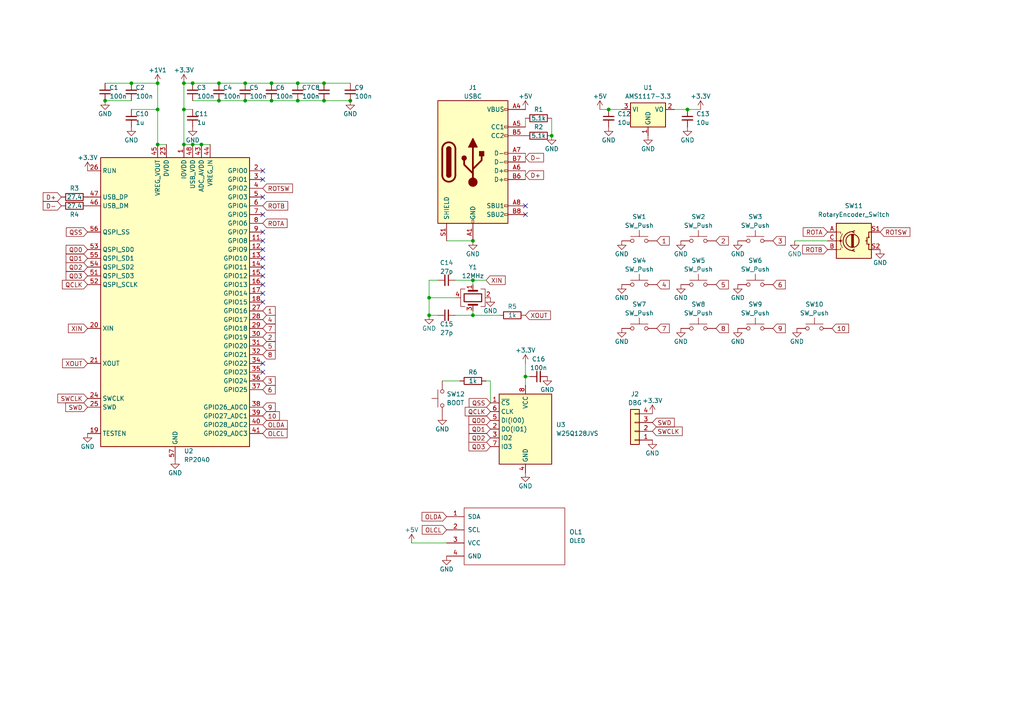
<source format=kicad_sch>
(kicad_sch (version 20230121) (generator eeschema)
  (paper "A4")
  (lib_symbols
    (symbol "42Keebs:OLED" (pin_names (offset 1.016))
      (property "Reference" "OL" (at 0 2.54 0))
      (property "Value" "OLED" (at 0 -1.27 0))
      (symbol "OLED_0_1"
        (rectangle (start -13.97 8.89) (end 15.24 -7.62))
      )
      (symbol "OLED_1_1"
        (pin bidirectional line (at -19.05 6.35 0) (length 5.08) (name "SDA") (number "1"))
        (pin bidirectional line (at -19.05 2.54 0) (length 5.08) (name "SCL") (number "2"))
        (pin power_in line (at -19.05 -1.27 0) (length 5.08) (name "VCC") (number "3"))
        (pin power_in line (at -19.05 -5.08 0) (length 5.08) (name "GND") (number "4"))
      )
    )
    (symbol "Connector:USB_C_Receptacle_USB2.0" (pin_names (offset 1.016))
      (property "Reference" "J" (at -10.16 19.05 0))
      (property "Value" "USB_C_Receptacle_USB2.0" (at 19.05 19.05 0))
      (symbol "USB_C_Receptacle_USB2.0_0_0"
        (rectangle (start -0.254 -17.78) (end 0.254 -16.764))
        (rectangle (start 10.16 -14.986) (end 9.144 -15.494))
        (rectangle (start 10.16 -12.446) (end 9.144 -12.954))
        (rectangle (start 10.16 -4.826) (end 9.144 -5.334))
        (rectangle (start 10.16 -2.286) (end 9.144 -2.794))
        (rectangle (start 10.16 0.254) (end 9.144 -0.254))
        (rectangle (start 10.16 2.794) (end 9.144 2.286))
        (rectangle (start 10.16 7.874) (end 9.144 7.366))
        (rectangle (start 10.16 10.414) (end 9.144 9.906))
        (rectangle (start 10.16 15.494) (end 9.144 14.986))
      )
      (symbol "USB_C_Receptacle_USB2.0_0_1"
        (rectangle (start -10.16 17.78) (end 10.16 -17.78) (stroke (width 0.254)) (fill (type background)))
        (arc (start -8.89 -3.81) (mid -6.985 -5.7067) (end -5.08 -3.81) (stroke (width 0.508)))
        (arc (start -7.62 -3.81) (mid -6.985 -4.4423) (end -6.35 -3.81) (stroke (width 0.254)))
        (arc (start -7.62 -3.81) (mid -6.985 -4.4423) (end -6.35 -3.81) (stroke (width 0.254)) (fill (type outline)))
        (rectangle (start -7.62 -3.81) (end -6.35 3.81) (stroke (width 0.254)) (fill (type outline)))
        (arc (start -6.35 3.81) (mid -6.985 4.4423) (end -7.62 3.81) (stroke (width 0.254)))
        (arc (start -6.35 3.81) (mid -6.985 4.4423) (end -7.62 3.81) (stroke (width 0.254)) (fill (type outline)))
        (arc (start -5.08 3.81) (mid -6.985 5.7067) (end -8.89 3.81) (stroke (width 0.508)))
        (circle (center -2.54 1.143) (radius 0.635) (stroke (width 0.254)) (fill (type outline)))
        (circle (center 0 -5.842) (radius 1.27) (fill (type outline)))
        (polyline (pts (xy -8.89 -3.81) (xy -8.89 3.81)) (stroke (width 0.508)))
        (polyline (pts (xy -5.08 3.81) (xy -5.08 -3.81)) (stroke (width 0.508)))
        (polyline (pts (xy 0 -5.842) (xy 0 4.318)) (stroke (width 0.508)))
        (polyline (pts (xy 0 -3.302) (xy -2.54 -0.762) (xy -2.54 0.508)) (stroke (width 0.508)))
        (polyline (pts (xy 0 -2.032) (xy 2.54 0.508) (xy 2.54 1.778)) (stroke (width 0.508)))
        (polyline (pts (xy -1.27 4.318) (xy 0 6.858) (xy 1.27 4.318) (xy -1.27 4.318)) (stroke (width 0.254)) (fill (type outline)))
        (rectangle (start 1.905 1.778) (end 3.175 3.048) (stroke (width 0.254)) (fill (type outline)))
      )
      (symbol "USB_C_Receptacle_USB2.0_1_1"
        (pin passive line (at 0 -22.86 90) (length 5.08) (name "GND") (number "A1"))
        (pin passive line (at 0 -22.86 90) (length 5.08) hide (name "GND") (number "A12"))
        (pin passive line (at 15.24 15.24 180) (length 5.08) (name "VBUS") (number "A4"))
        (pin bidirectional line (at 15.24 10.16 180) (length 5.08) (name "CC1") (number "A5"))
        (pin bidirectional line (at 15.24 -2.54 180) (length 5.08) (name "D+") (number "A6"))
        (pin bidirectional line (at 15.24 2.54 180) (length 5.08) (name "D-") (number "A7"))
        (pin bidirectional line (at 15.24 -12.7 180) (length 5.08) (name "SBU1") (number "A8"))
        (pin passive line (at 15.24 15.24 180) (length 5.08) hide (name "VBUS") (number "A9"))
        (pin passive line (at 0 -22.86 90) (length 5.08) hide (name "GND") (number "B1"))
        (pin passive line (at 0 -22.86 90) (length 5.08) hide (name "GND") (number "B12"))
        (pin passive line (at 15.24 15.24 180) (length 5.08) hide (name "VBUS") (number "B4"))
        (pin bidirectional line (at 15.24 7.62 180) (length 5.08) (name "CC2") (number "B5"))
        (pin bidirectional line (at 15.24 -5.08 180) (length 5.08) (name "D+") (number "B6"))
        (pin bidirectional line (at 15.24 0 180) (length 5.08) (name "D-") (number "B7"))
        (pin bidirectional line (at 15.24 -15.24 180) (length 5.08) (name "SBU2") (number "B8"))
        (pin passive line (at 15.24 15.24 180) (length 5.08) hide (name "VBUS") (number "B9"))
        (pin passive line (at -7.62 -22.86 90) (length 5.08) (name "SHIELD") (number "S1"))
      )
    )
    (symbol "Connector_Generic:Conn_01x04" (pin_names (offset 1.016) hide)
      (property "Reference" "J" (at 0 5.08 0))
      (property "Value" "Conn_01x04" (at 0 -7.62 0))
      (symbol "Conn_01x04_1_1"
        (rectangle (start -1.27 -4.953) (end 0 -5.207) (stroke (width 0.1524)))
        (rectangle (start -1.27 -2.413) (end 0 -2.667) (stroke (width 0.1524)))
        (rectangle (start -1.27 0.127) (end 0 -0.127) (stroke (width 0.1524)))
        (rectangle (start -1.27 2.667) (end 0 2.413) (stroke (width 0.1524)))
        (rectangle (start -1.27 3.81) (end 1.27 -6.35) (stroke (width 0.254)) (fill (type background)))
        (pin passive line (at -5.08 2.54 0) (length 3.81) (name "Pin_1") (number "1"))
        (pin passive line (at -5.08 0 0) (length 3.81) (name "Pin_2") (number "2"))
        (pin passive line (at -5.08 -2.54 0) (length 3.81) (name "Pin_3") (number "3"))
        (pin passive line (at -5.08 -5.08 0) (length 3.81) (name "Pin_4") (number "4"))
      )
    )
    (symbol "Device:C_Small" (pin_numbers hide) (pin_names (offset 0.254) hide)
      (property "Reference" "C" (at 0.254 1.778 0))
      (property "Value" "C_Small" (at 0.254 -2.032 0))
      (symbol "C_Small_0_1"
        (polyline (pts (xy -1.524 -0.508) (xy 1.524 -0.508)) (stroke (width 0.3302)))
        (polyline (pts (xy -1.524 0.508) (xy 1.524 0.508)) (stroke (width 0.3048)))
      )
      (symbol "C_Small_1_1"
        (pin passive line (at 0 2.54 270) (length 2.032) (name "~") (number "1"))
        (pin passive line (at 0 -2.54 90) (length 2.032) (name "~") (number "2"))
      )
    )
    (symbol "Device:Crystal_GND24" (pin_names (offset 1.016) hide)
      (property "Reference" "Y" (at 3.175 5.08 0))
      (property "Value" "Crystal_GND24" (at 3.175 3.175 0))
      (symbol "Crystal_GND24_0_1"
        (rectangle (start -1.143 2.54) (end 1.143 -2.54) (stroke (width 0.3048)))
        (polyline (pts (xy -2.54 0) (xy -2.032 0)))
        (polyline (pts (xy -2.032 -1.27) (xy -2.032 1.27)) (stroke (width 0.508)))
        (polyline (pts (xy 0 -3.81) (xy 0 -3.556)))
        (polyline (pts (xy 0 3.556) (xy 0 3.81)))
        (polyline (pts (xy 2.032 -1.27) (xy 2.032 1.27)) (stroke (width 0.508)))
        (polyline (pts (xy 2.032 0) (xy 2.54 0)))
        (polyline (pts (xy -2.54 -2.286) (xy -2.54 -3.556) (xy 2.54 -3.556) (xy 2.54 -2.286)))
        (polyline (pts (xy -2.54 2.286) (xy -2.54 3.556) (xy 2.54 3.556) (xy 2.54 2.286)))
      )
      (symbol "Crystal_GND24_1_1"
        (pin passive line (at -3.81 0 0) (length 1.27) (name "1") (number "1"))
        (pin passive line (at 0 5.08 270) (length 1.27) (name "2") (number "2"))
        (pin passive line (at 3.81 0 180) (length 1.27) (name "3") (number "3"))
        (pin passive line (at 0 -5.08 90) (length 1.27) (name "4") (number "4"))
      )
    )
    (symbol "Device:R" (pin_numbers hide) (pin_names (offset 0))
      (property "Reference" "R" (at 2.032 0 90))
      (property "Value" "R" (at 0 0 90))
      (symbol "R_0_1"
        (rectangle (start -1.016 -2.54) (end 1.016 2.54) (stroke (width 0.254)))
      )
      (symbol "R_1_1"
        (pin passive line (at 0 3.81 270) (length 1.27) (name "~") (number "1"))
        (pin passive line (at 0 -3.81 90) (length 1.27) (name "~") (number "2"))
      )
    )
    (symbol "Device:RotaryEncoder_Switch" (pin_names (offset 0.254) hide)
      (property "Reference" "SW" (at 0 6.604 0))
      (property "Value" "RotaryEncoder_Switch" (at 0 -6.604 0))
      (symbol "RotaryEncoder_Switch_0_1"
        (rectangle (start -5.08 5.08) (end 5.08 -5.08) (stroke (width 0.254)) (fill (type background)))
        (circle (center -3.81 0) (radius 0.254) (fill (type outline)))
        (circle (center -0.381 0) (radius 1.905) (stroke (width 0.254)))
        (arc (start -0.381 2.667) (mid -3.0988 -0.0635) (end -0.381 -2.794) (stroke (width 0.254)))
        (polyline (pts (xy -0.635 -1.778) (xy -0.635 1.778)) (stroke (width 0.254)))
        (polyline (pts (xy -0.381 -1.778) (xy -0.381 1.778)) (stroke (width 0.254)))
        (polyline (pts (xy -0.127 1.778) (xy -0.127 -1.778)) (stroke (width 0.254)))
        (polyline (pts (xy 3.81 0) (xy 3.429 0)) (stroke (width 0.254)))
        (polyline (pts (xy 3.81 1.016) (xy 3.81 -1.016)) (stroke (width 0.254)))
        (polyline (pts (xy -5.08 -2.54) (xy -3.81 -2.54) (xy -3.81 -2.032)))
        (polyline (pts (xy -5.08 2.54) (xy -3.81 2.54) (xy -3.81 2.032)))
        (polyline (pts (xy 0.254 -3.048) (xy -0.508 -2.794) (xy 0.127 -2.413)) (stroke (width 0.254)))
        (polyline (pts (xy 0.254 2.921) (xy -0.508 2.667) (xy 0.127 2.286)) (stroke (width 0.254)))
        (polyline (pts (xy 5.08 -2.54) (xy 4.318 -2.54) (xy 4.318 -1.016)) (stroke (width 0.254)))
        (polyline (pts (xy 5.08 2.54) (xy 4.318 2.54) (xy 4.318 1.016)) (stroke (width 0.254)))
        (polyline (pts (xy -5.08 0) (xy -3.81 0) (xy -3.81 -1.016) (xy -3.302 -2.032)))
        (polyline (pts (xy -4.318 0) (xy -3.81 0) (xy -3.81 1.016) (xy -3.302 2.032)))
        (circle (center 4.318 -1.016) (radius 0.127) (stroke (width 0.254)))
        (circle (center 4.318 1.016) (radius 0.127) (stroke (width 0.254)))
      )
      (symbol "RotaryEncoder_Switch_1_1"
        (pin passive line (at -7.62 2.54 0) (length 2.54) (name "A") (number "A"))
        (pin passive line (at -7.62 -2.54 0) (length 2.54) (name "B") (number "B"))
        (pin passive line (at -7.62 0 0) (length 2.54) (name "C") (number "C"))
        (pin passive line (at 7.62 2.54 180) (length 2.54) (name "S1") (number "S1"))
        (pin passive line (at 7.62 -2.54 180) (length 2.54) (name "S2") (number "S2"))
      )
    )
    (symbol "MCU_RaspberryPi:RP2040"
      (property "Reference" "U" (at 17.78 45.72 0))
      (property "Value" "RP2040" (at 17.78 43.18 0))
      (symbol "RP2040_0_1"
        (rectangle (start -21.59 41.91) (end 21.59 -41.91) (stroke (width 0.254)) (fill (type background)))
      )
      (symbol "RP2040_1_1"
        (pin power_in line (at 2.54 45.72 270) (length 3.81) (name "IOVDD") (number "1"))
        (pin passive line (at 2.54 45.72 270) (length 3.81) hide (name "IOVDD") (number "10"))
        (pin bidirectional line (at 25.4 17.78 180) (length 3.81) (name "GPIO8") (number "11"))
        (pin bidirectional line (at 25.4 15.24 180) (length 3.81) (name "GPIO9") (number "12"))
        (pin bidirectional line (at 25.4 12.7 180) (length 3.81) (name "GPIO10") (number "13"))
        (pin bidirectional line (at 25.4 10.16 180) (length 3.81) (name "GPIO11") (number "14"))
        (pin bidirectional line (at 25.4 7.62 180) (length 3.81) (name "GPIO12") (number "15"))
        (pin bidirectional line (at 25.4 5.08 180) (length 3.81) (name "GPIO13") (number "16"))
        (pin bidirectional line (at 25.4 2.54 180) (length 3.81) (name "GPIO14") (number "17"))
        (pin bidirectional line (at 25.4 0 180) (length 3.81) (name "GPIO15") (number "18"))
        (pin input line (at -25.4 -38.1 0) (length 3.81) (name "TESTEN") (number "19"))
        (pin bidirectional line (at 25.4 38.1 180) (length 3.81) (name "GPIO0") (number "2"))
        (pin input line (at -25.4 -7.62 0) (length 3.81) (name "XIN") (number "20"))
        (pin passive line (at -25.4 -17.78 0) (length 3.81) (name "XOUT") (number "21"))
        (pin passive line (at 2.54 45.72 270) (length 3.81) hide (name "IOVDD") (number "22"))
        (pin power_in line (at -2.54 45.72 270) (length 3.81) (name "DVDD") (number "23"))
        (pin input line (at -25.4 -27.94 0) (length 3.81) (name "SWCLK") (number "24"))
        (pin bidirectional line (at -25.4 -30.48 0) (length 3.81) (name "SWD") (number "25"))
        (pin input line (at -25.4 38.1 0) (length 3.81) (name "RUN") (number "26"))
        (pin bidirectional line (at 25.4 -2.54 180) (length 3.81) (name "GPIO16") (number "27"))
        (pin bidirectional line (at 25.4 -5.08 180) (length 3.81) (name "GPIO17") (number "28"))
        (pin bidirectional line (at 25.4 -7.62 180) (length 3.81) (name "GPIO18") (number "29"))
        (pin bidirectional line (at 25.4 35.56 180) (length 3.81) (name "GPIO1") (number "3"))
        (pin bidirectional line (at 25.4 -10.16 180) (length 3.81) (name "GPIO19") (number "30"))
        (pin bidirectional line (at 25.4 -12.7 180) (length 3.81) (name "GPIO20") (number "31"))
        (pin bidirectional line (at 25.4 -15.24 180) (length 3.81) (name "GPIO21") (number "32"))
        (pin passive line (at 2.54 45.72 270) (length 3.81) hide (name "IOVDD") (number "33"))
        (pin bidirectional line (at 25.4 -17.78 180) (length 3.81) (name "GPIO22") (number "34"))
        (pin bidirectional line (at 25.4 -20.32 180) (length 3.81) (name "GPIO23") (number "35"))
        (pin bidirectional line (at 25.4 -22.86 180) (length 3.81) (name "GPIO24") (number "36"))
        (pin bidirectional line (at 25.4 -25.4 180) (length 3.81) (name "GPIO25") (number "37"))
        (pin bidirectional line (at 25.4 -30.48 180) (length 3.81) (name "GPIO26_ADC0") (number "38"))
        (pin bidirectional line (at 25.4 -33.02 180) (length 3.81) (name "GPIO27_ADC1") (number "39"))
        (pin bidirectional line (at 25.4 33.02 180) (length 3.81) (name "GPIO2") (number "4"))
        (pin bidirectional line (at 25.4 -35.56 180) (length 3.81) (name "GPIO28_ADC2") (number "40"))
        (pin bidirectional line (at 25.4 -38.1 180) (length 3.81) (name "GPIO29_ADC3") (number "41"))
        (pin passive line (at 2.54 45.72 270) (length 3.81) hide (name "IOVDD") (number "42"))
        (pin power_in line (at 7.62 45.72 270) (length 3.81) (name "ADC_AVDD") (number "43"))
        (pin power_in line (at 10.16 45.72 270) (length 3.81) (name "VREG_IN") (number "44"))
        (pin power_out line (at -5.08 45.72 270) (length 3.81) (name "VREG_VOUT") (number "45"))
        (pin bidirectional line (at -25.4 27.94 0) (length 3.81) (name "USB_DM") (number "46"))
        (pin bidirectional line (at -25.4 30.48 0) (length 3.81) (name "USB_DP") (number "47"))
        (pin power_in line (at 5.08 45.72 270) (length 3.81) (name "USB_VDD") (number "48"))
        (pin passive line (at 2.54 45.72 270) (length 3.81) hide (name "IOVDD") (number "49"))
        (pin bidirectional line (at 25.4 30.48 180) (length 3.81) (name "GPIO3") (number "5"))
        (pin passive line (at -2.54 45.72 270) (length 3.81) hide (name "DVDD") (number "50"))
        (pin bidirectional line (at -25.4 7.62 0) (length 3.81) (name "QSPI_SD3") (number "51"))
        (pin output line (at -25.4 5.08 0) (length 3.81) (name "QSPI_SCLK") (number "52"))
        (pin bidirectional line (at -25.4 15.24 0) (length 3.81) (name "QSPI_SD0") (number "53"))
        (pin bidirectional line (at -25.4 10.16 0) (length 3.81) (name "QSPI_SD2") (number "54"))
        (pin bidirectional line (at -25.4 12.7 0) (length 3.81) (name "QSPI_SD1") (number "55"))
        (pin bidirectional line (at -25.4 20.32 0) (length 3.81) (name "QSPI_SS") (number "56"))
        (pin power_in line (at 0 -45.72 90) (length 3.81) (name "GND") (number "57"))
        (pin bidirectional line (at 25.4 27.94 180) (length 3.81) (name "GPIO4") (number "6"))
        (pin bidirectional line (at 25.4 25.4 180) (length 3.81) (name "GPIO5") (number "7"))
        (pin bidirectional line (at 25.4 22.86 180) (length 3.81) (name "GPIO6") (number "8"))
        (pin bidirectional line (at 25.4 20.32 180) (length 3.81) (name "GPIO7") (number "9"))
      )
    )
    (symbol "Memory_Flash:W25Q128JVS"
      (property "Reference" "U" (at -8.89 8.89 0))
      (property "Value" "W25Q128JVS" (at 7.62 8.89 0))
      (symbol "W25Q128JVS_0_1"
        (rectangle (start -7.62 10.16) (end 7.62 -10.16) (stroke (width 0.254)) (fill (type background)))
      )
      (symbol "W25Q128JVS_1_1"
        (pin input line (at -10.16 7.62 0) (length 2.54) (name "~{CS}") (number "1"))
        (pin bidirectional line (at -10.16 0 0) (length 2.54) (name "DO(IO1)") (number "2"))
        (pin bidirectional line (at -10.16 -2.54 0) (length 2.54) (name "IO2") (number "3"))
        (pin power_in line (at 0 -12.7 90) (length 2.54) (name "GND") (number "4"))
        (pin bidirectional line (at -10.16 2.54 0) (length 2.54) (name "DI(IO0)") (number "5"))
        (pin input line (at -10.16 5.08 0) (length 2.54) (name "CLK") (number "6"))
        (pin bidirectional line (at -10.16 -5.08 0) (length 2.54) (name "IO3") (number "7"))
        (pin power_in line (at 0 12.7 270) (length 2.54) (name "VCC") (number "8"))
      )
    )
    (symbol "Regulator_Linear:AMS1117-3.3"
      (property "Reference" "U" (at -3.81 3.175 0))
      (property "Value" "AMS1117-3.3" (at 0 3.175 0))
      (symbol "AMS1117-3.3_0_1"
        (rectangle (start -5.08 -5.08) (end 5.08 1.905) (stroke (width 0.254)) (fill (type background)))
      )
      (symbol "AMS1117-3.3_1_1"
        (pin power_in line (at 0 -7.62 90) (length 2.54) (name "GND") (number "1"))
        (pin power_out line (at 7.62 0 180) (length 2.54) (name "VO") (number "2"))
        (pin power_in line (at -7.62 0 0) (length 2.54) (name "VI") (number "3"))
      )
    )
    (symbol "Switch:SW_Push" (pin_numbers hide) (pin_names (offset 1.016) hide)
      (property "Reference" "SW" (at 1.27 2.54 0))
      (property "Value" "SW_Push" (at 0 -1.524 0))
      (symbol "SW_Push_0_1"
        (circle (center -2.032 0) (radius 0.508))
        (polyline (pts (xy 0 1.27) (xy 0 3.048)))
        (polyline (pts (xy 2.54 1.27) (xy -2.54 1.27)))
        (circle (center 2.032 0) (radius 0.508))
        (pin passive line (at -5.08 0 0) (length 2.54) (name "1") (number "1"))
        (pin passive line (at 5.08 0 180) (length 2.54) (name "2") (number "2"))
      )
    )
    (symbol "power:+1V1" (power) (pin_names (offset 0))
      (property "Value" "+1V1" (at 0 3.556 0))
      (symbol "+1V1_0_1"
        (polyline (pts (xy -0.762 1.27) (xy 0 2.54)))
        (polyline (pts (xy 0 0) (xy 0 2.54)))
        (polyline (pts (xy 0 2.54) (xy 0.762 1.27)))
      )
      (symbol "+1V1_1_1"
        (pin power_in line (at 0 0 90) (length 0) hide (name "+1V1") (number "1"))
      )
    )
    (symbol "power:+3.3V" (power) (pin_names (offset 0))
      (property "Value" "+3.3V" (at 0 3.556 0))
      (symbol "+3.3V_0_1"
        (polyline (pts (xy -0.762 1.27) (xy 0 2.54)))
        (polyline (pts (xy 0 0) (xy 0 2.54)))
        (polyline (pts (xy 0 2.54) (xy 0.762 1.27)))
      )
      (symbol "+3.3V_1_1"
        (pin power_in line (at 0 0 90) (length 0) hide (name "+3.3V") (number "1"))
      )
    )
    (symbol "power:+5V" (power) (pin_names (offset 0))
      (property "Value" "+5V" (at 0 3.556 0))
      (symbol "+5V_0_1"
        (polyline (pts (xy -0.762 1.27) (xy 0 2.54)))
        (polyline (pts (xy 0 0) (xy 0 2.54)))
        (polyline (pts (xy 0 2.54) (xy 0.762 1.27)))
      )
      (symbol "+5V_1_1"
        (pin power_in line (at 0 0 90) (length 0) hide (name "+5V") (number "1"))
      )
    )
    (symbol "power:GND" (power) (pin_names (offset 0))
      (property "Value" "GND" (at 0 -3.81 0))
      (symbol "GND_0_1"
        (polyline (pts (xy 0 0) (xy 0 -1.27) (xy 1.27 -1.27) (xy 0 -2.54) (xy -1.27 -1.27) (xy 0 -1.27)))
      )
      (symbol "GND_1_1"
        (pin power_in line (at 0 0 270) (length 0) hide (name "GND") (number "1"))
      )
    )
  )
  (junction (at 38.1 24.13))
  (junction (at 45.72 41.91))
  (junction (at 30.48 29.21))
  (junction (at 124.46 91.44))
  (junction (at 93.98 24.13))
  (junction (at 137.16 81.28))
  (junction (at 86.36 24.13))
  (junction (at 53.34 31.75))
  (junction (at 63.5 24.13))
  (junction (at 93.98 29.21))
  (junction (at 124.46 86.36))
  (junction (at 55.88 41.91))
  (junction (at 86.36 29.21))
  (junction (at 45.72 31.75))
  (junction (at 55.88 24.13))
  (junction (at 53.34 41.91))
  (junction (at 78.74 29.21))
  (junction (at 78.74 24.13))
  (junction (at 71.12 29.21))
  (junction (at 137.16 91.44))
  (junction (at 58.42 41.91))
  (junction (at 71.12 24.13))
  (junction (at 137.16 69.85))
  (junction (at 63.5 29.21))
  (junction (at 160.02 39.37))
  (junction (at 152.4 109.22))
  (junction (at 101.6 29.21))
  (junction (at 45.72 24.13))
  (junction (at 176.53 31.75))
  (junction (at 53.34 24.13))
  (junction (at 199.39 31.75))
  (no_connect (at 76.2 82.55))
  (no_connect (at 76.2 72.39))
  (no_connect (at 76.2 77.47))
  (no_connect (at 76.2 107.95))
  (no_connect (at 76.2 52.07))
  (no_connect (at 76.2 87.63))
  (no_connect (at 76.2 57.15))
  (no_connect (at 76.2 74.93))
  (no_connect (at 76.2 62.23))
  (no_connect (at 76.2 49.53))
  (no_connect (at 76.2 105.41))
  (no_connect (at 76.2 85.09))
  (no_connect (at 76.2 67.31))
  (no_connect (at 76.2 69.85))
  (no_connect (at 76.2 80.01))
  (no_connect (at 152.4 62.23))
  (no_connect (at 152.4 59.69))
  (wire (pts (xy 30.48 24.13) (xy 38.1 24.13)))
  (wire (pts (xy 137.16 91.44) (xy 137.16 90.17)))
  (wire (pts (xy 199.39 31.75) (xy 203.2 31.75)))
  (wire (pts (xy 173.99 31.75) (xy 176.53 31.75)))
  (wire (pts (xy 152.4 34.29) (xy 152.4 36.83)))
  (wire (pts (xy 140.97 110.49) (xy 142.24 110.49)))
  (wire (pts (xy 53.34 24.13) (xy 53.34 31.75)))
  (wire (pts (xy 30.48 29.21) (xy 38.1 29.21)))
  (wire (pts (xy 152.4 49.53) (xy 152.4 52.07)))
  (wire (pts (xy 153.67 109.22) (xy 152.4 109.22)))
  (wire (pts (xy 55.88 41.91) (xy 58.42 41.91)))
  (wire (pts (xy 38.1 24.13) (xy 45.72 24.13)))
  (wire (pts (xy 58.42 41.91) (xy 60.96 41.91)))
  (wire (pts (xy 45.72 41.91) (xy 48.26 41.91)))
  (wire (pts (xy 124.46 91.44) (xy 127 91.44)))
  (wire (pts (xy 63.5 29.21) (xy 71.12 29.21)))
  (wire (pts (xy 119.38 157.48) (xy 129.54 157.48)))
  (wire (pts (xy 124.46 81.28) (xy 127 81.28)))
  (wire (pts (xy 53.34 31.75) (xy 53.34 41.91)))
  (wire (pts (xy 124.46 81.28) (xy 124.46 86.36)))
  (wire (pts (xy 55.88 24.13) (xy 63.5 24.13)))
  (wire (pts (xy 45.72 31.75) (xy 45.72 41.91)))
  (wire (pts (xy 38.1 31.75) (xy 45.72 31.75)))
  (wire (pts (xy 152.4 44.45) (xy 152.4 46.99)))
  (wire (pts (xy 124.46 86.36) (xy 132.08 86.36)))
  (wire (pts (xy 152.4 109.22) (xy 152.4 105.41)))
  (wire (pts (xy 53.34 31.75) (xy 55.88 31.75)))
  (wire (pts (xy 195.58 31.75) (xy 199.39 31.75)))
  (wire (pts (xy 93.98 24.13) (xy 101.6 24.13)))
  (wire (pts (xy 129.54 69.85) (xy 137.16 69.85)))
  (wire (pts (xy 137.16 91.44) (xy 144.78 91.44)))
  (wire (pts (xy 53.34 41.91) (xy 55.88 41.91)))
  (wire (pts (xy 86.36 29.21) (xy 93.98 29.21)))
  (wire (pts (xy 137.16 81.28) (xy 140.97 81.28)))
  (wire (pts (xy 128.27 110.49) (xy 133.35 110.49)))
  (wire (pts (xy 78.74 29.21) (xy 86.36 29.21)))
  (wire (pts (xy 53.34 24.13) (xy 55.88 24.13)))
  (wire (pts (xy 63.5 24.13) (xy 71.12 24.13)))
  (wire (pts (xy 176.53 31.75) (xy 180.34 31.75)))
  (wire (pts (xy 132.08 81.28) (xy 137.16 81.28)))
  (wire (pts (xy 132.08 91.44) (xy 137.16 91.44)))
  (wire (pts (xy 124.46 86.36) (xy 124.46 91.44)))
  (wire (pts (xy 137.16 81.28) (xy 137.16 82.55)))
  (wire (pts (xy 93.98 29.21) (xy 101.6 29.21)))
  (wire (pts (xy 78.74 24.13) (xy 86.36 24.13)))
  (wire (pts (xy 71.12 24.13) (xy 78.74 24.13)))
  (wire (pts (xy 152.4 109.22) (xy 152.4 111.76)))
  (wire (pts (xy 160.02 34.29) (xy 160.02 39.37)))
  (wire (pts (xy 55.88 29.21) (xy 63.5 29.21)))
  (wire (pts (xy 230.505 69.85) (xy 240.03 69.85)))
  (wire (pts (xy 142.24 110.49) (xy 142.24 116.84)))
  (wire (pts (xy 86.36 24.13) (xy 93.98 24.13)))
  (wire (pts (xy 71.12 29.21) (xy 78.74 29.21)))
  (wire (pts (xy 45.72 24.13) (xy 45.72 31.75)))
  (global_label "SWCLK" (shape input) (at 25.4 115.57 180) (property "Intersheetrefs" "${INTERSHEET_REFS}" (effects hide)))
  (global_label "3" (shape input) (at 76.2 110.49 0) (property "Intersheetrefs" "${INTERSHEET_REFS}" (effects hide)))
  (global_label "1" (shape input) (at 76.2 90.17 0) (property "Intersheetrefs" "${INTERSHEET_REFS}" (effects hide)))
  (global_label "7" (shape input) (at 76.2 95.25 0) (property "Intersheetrefs" "${INTERSHEET_REFS}" (effects hide)))
  (global_label "10" (shape input) (at 241.3 95.25 0) (property "Intersheetrefs" "${INTERSHEET_REFS}" (effects hide)))
  (global_label "QD2" (shape input) (at 142.24 127 180) (property "Intersheetrefs" "${INTERSHEET_REFS}" (effects hide)))
  (global_label "SWD" (shape input) (at 25.4 118.11 180) (property "Intersheetrefs" "${INTERSHEET_REFS}" (effects hide)))
  (global_label "QD3" (shape input) (at 142.24 129.54 180) (property "Intersheetrefs" "${INTERSHEET_REFS}" (effects hide)))
  (global_label "QD1" (shape input) (at 142.24 124.46 180) (property "Intersheetrefs" "${INTERSHEET_REFS}" (effects hide)))
  (global_label "D-" (shape input) (at 152.4 45.72 0) (property "Intersheetrefs" "${INTERSHEET_REFS}" (effects hide)))
  (global_label "QCLK" (shape input) (at 25.4 82.55 180) (property "Intersheetrefs" "${INTERSHEET_REFS}" (effects hide)))
  (global_label "3" (shape input) (at 224.155 69.85 0) (property "Intersheetrefs" "${INTERSHEET_REFS}" (effects hide)))
  (global_label "6" (shape input) (at 76.2 113.03 0) (property "Intersheetrefs" "${INTERSHEET_REFS}" (effects hide)))
  (global_label "QSS" (shape input) (at 25.4 67.31 180) (property "Intersheetrefs" "${INTERSHEET_REFS}" (effects hide)))
  (global_label "QD2" (shape input) (at 25.4 77.47 180) (property "Intersheetrefs" "${INTERSHEET_REFS}" (effects hide)))
  (global_label "4" (shape input) (at 190.5 82.55 0) (property "Intersheetrefs" "${INTERSHEET_REFS}" (effects hide)))
  (global_label "8" (shape input) (at 76.2 102.87 0) (property "Intersheetrefs" "${INTERSHEET_REFS}" (effects hide)))
  (global_label "9" (shape input) (at 224.155 95.25 0) (property "Intersheetrefs" "${INTERSHEET_REFS}" (effects hide)))
  (global_label "ROTSW" (shape input) (at 255.27 67.31 0) (property "Intersheetrefs" "${INTERSHEET_REFS}" (effects hide)))
  (global_label "ROTB" (shape input) (at 76.2 59.69 0) (property "Intersheetrefs" "${INTERSHEET_REFS}" (effects hide)))
  (global_label "QD0" (shape input) (at 142.24 121.92 180) (property "Intersheetrefs" "${INTERSHEET_REFS}" (effects hide)))
  (global_label "XOUT" (shape input) (at 152.4 91.44 0) (property "Intersheetrefs" "${INTERSHEET_REFS}" (effects hide)))
  (global_label "QD1" (shape input) (at 25.4 74.93 180) (property "Intersheetrefs" "${INTERSHEET_REFS}" (effects hide)))
  (global_label "D+" (shape input) (at 17.78 57.15 180) (property "Intersheetrefs" "${INTERSHEET_REFS}" (effects hide)))
  (global_label "8" (shape input) (at 207.645 95.25 0) (property "Intersheetrefs" "${INTERSHEET_REFS}" (effects hide)))
  (global_label "QD0" (shape input) (at 25.4 72.39 180) (property "Intersheetrefs" "${INTERSHEET_REFS}" (effects hide)))
  (global_label "XIN" (shape input) (at 140.97 81.28 0) (property "Intersheetrefs" "${INTERSHEET_REFS}" (effects hide)))
  (global_label "QCLK" (shape input) (at 142.24 119.38 180) (property "Intersheetrefs" "${INTERSHEET_REFS}" (effects hide)))
  (global_label "D-" (shape input) (at 17.78 59.69 180) (property "Intersheetrefs" "${INTERSHEET_REFS}" (effects hide)))
  (global_label "QD3" (shape input) (at 25.4 80.01 180) (property "Intersheetrefs" "${INTERSHEET_REFS}" (effects hide)))
  (global_label "2" (shape input) (at 207.645 69.85 0) (property "Intersheetrefs" "${INTERSHEET_REFS}" (effects hide)))
  (global_label "5" (shape input) (at 76.2 100.33 0) (property "Intersheetrefs" "${INTERSHEET_REFS}" (effects hide)))
  (global_label "7" (shape input) (at 190.5 95.25 0) (property "Intersheetrefs" "${INTERSHEET_REFS}" (effects hide)))
  (global_label "ROTA" (shape input) (at 76.2 64.77 0) (property "Intersheetrefs" "${INTERSHEET_REFS}" (effects hide)))
  (global_label "XOUT" (shape input) (at 25.4 105.41 180) (property "Intersheetrefs" "${INTERSHEET_REFS}" (effects hide)))
  (global_label "ROTB" (shape input) (at 240.03 72.39 180) (property "Intersheetrefs" "${INTERSHEET_REFS}" (effects hide)))
  (global_label "4" (shape input) (at 76.2 92.71 0) (property "Intersheetrefs" "${INTERSHEET_REFS}" (effects hide)))
  (global_label "1" (shape input) (at 190.5 69.85 0) (property "Intersheetrefs" "${INTERSHEET_REFS}" (effects hide)))
  (global_label "SWCLK" (shape input) (at 189.23 125.095 0) (property "Intersheetrefs" "${INTERSHEET_REFS}" (effects hide)))
  (global_label "2" (shape input) (at 76.2 97.79 0) (property "Intersheetrefs" "${INTERSHEET_REFS}" (effects hide)))
  (global_label "OLDA" (shape input) (at 129.54 149.86 180) (property "Intersheetrefs" "${INTERSHEET_REFS}" (effects hide)))
  (global_label "SWD" (shape input) (at 189.23 122.555 0) (property "Intersheetrefs" "${INTERSHEET_REFS}" (effects hide)))
  (global_label "XIN" (shape input) (at 25.4 95.25 180) (property "Intersheetrefs" "${INTERSHEET_REFS}" (effects hide)))
  (global_label "9" (shape input) (at 76.2 118.11 0) (property "Intersheetrefs" "${INTERSHEET_REFS}" (effects hide)))
  (global_label "ROTA" (shape input) (at 240.03 67.31 180) (property "Intersheetrefs" "${INTERSHEET_REFS}" (effects hide)))
  (global_label "6" (shape input) (at 224.155 82.55 0) (property "Intersheetrefs" "${INTERSHEET_REFS}" (effects hide)))
  (global_label "ROTSW" (shape input) (at 76.2 54.61 0) (property "Intersheetrefs" "${INTERSHEET_REFS}" (effects hide)))
  (global_label "OLCL" (shape input) (at 129.54 153.67 180) (property "Intersheetrefs" "${INTERSHEET_REFS}" (effects hide)))
  (global_label "5" (shape input) (at 207.645 82.55 0) (property "Intersheetrefs" "${INTERSHEET_REFS}" (effects hide)))
  (global_label "OLCL" (shape input) (at 76.2 125.73 0) (property "Intersheetrefs" "${INTERSHEET_REFS}" (effects hide)))
  (global_label "QSS" (shape input) (at 142.24 116.84 180) (property "Intersheetrefs" "${INTERSHEET_REFS}" (effects hide)))
  (global_label "D+" (shape input) (at 152.4 50.8 0) (property "Intersheetrefs" "${INTERSHEET_REFS}" (effects hide)))
  (global_label "10" (shape input) (at 76.2 120.65 0) (property "Intersheetrefs" "${INTERSHEET_REFS}" (effects hide)))
  (global_label "OLDA" (shape input) (at 76.2 123.19 0) (property "Intersheetrefs" "${INTERSHEET_REFS}" (effects hide)))
  (symbol (lib_id "power:+5V") (at 152.4 31.75 0) (unit 1)
    (property "Reference" "#PWR038" (effects hide))
    (property "Value" "+5V" (at 152.4 27.94 0))
  )
  (symbol (lib_id "power:GND") (at 180.34 95.25 0) (unit 1)
    (property "Reference" "#PWR034" (effects hide))
    (property "Value" "GND" (at 180.34 99.06 0))
  )
  (symbol (lib_id "power:GND") (at 197.485 82.55 0) (unit 1)
    (property "Reference" "#PWR032" (effects hide))
    (property "Value" "GND" (at 197.485 86.36 0))
  )
  (symbol (lib_id "Switch:SW_Push") (at 185.42 82.55 0) (unit 1)
    (property "Reference" "SW4" (at 185.42 75.565 0))
    (property "Value" "SW_Push" (at 185.42 78.105 0))
    (property "Footprint" "kiswitch:SW_Hotswap_Kailh_MX_1.00u" (effects hide))
  )
  (symbol (lib_id "Device:C_Small") (at 63.5 26.67 180) (unit 1)
    (property "Reference" "C4" (at 66.04 25.4 0))
    (property "Value" "100n" (at 67.31 27.94 0))
    (property "Footprint" "Capacitor_SMD:C_0402_1005Metric" (effects hide))
  )
  (symbol (lib_id "Device:C_Small") (at 78.74 26.67 180) (unit 1)
    (property "Reference" "C6" (at 81.28 25.4 0))
    (property "Value" "100n" (at 82.55 27.94 0))
    (property "Footprint" "Capacitor_SMD:C_0402_1005Metric" (effects hide))
  )
  (symbol (lib_id "power:GND") (at 189.23 127.635 0) (unit 1)
    (property "Reference" "#PWR025" (effects hide))
    (property "Value" "GND" (at 189.23 131.445 0))
  )
  (symbol (lib_id "power:+3.3V") (at 25.4 49.53 0) (unit 1)
    (property "Reference" "#PWR014" (effects hide))
    (property "Value" "+3.3V" (at 25.4 45.72 0))
  )
  (symbol (lib_id "power:GND") (at 38.1 36.83 0) (unit 1)
    (property "Reference" "#PWR08" (effects hide))
    (property "Value" "GND" (at 38.1 40.64 0))
  )
  (symbol (lib_id "power:GND") (at 25.4 125.73 0) (unit 1)
    (property "Reference" "#PWR021" (effects hide))
    (property "Value" "GND" (at 25.4 129.54 0))
  )
  (symbol (lib_id "power:+5V") (at 173.99 31.75 0) (unit 1)
    (property "Reference" "#PWR05" (effects hide))
    (property "Value" "+5V" (at 173.99 27.94 0))
  )
  (symbol (lib_id "Device:C_Small") (at 101.6 26.67 180) (unit 1)
    (property "Reference" "C9" (at 104.14 25.4 0))
    (property "Value" "100n" (at 105.41 27.94 0))
    (property "Footprint" "Capacitor_SMD:C_0402_1005Metric" (effects hide))
  )
  (symbol (lib_id "Switch:SW_Push") (at 128.27 115.57 90) (unit 1)
    (property "Reference" "SW12" (at 129.54 114.3 90) (effects (justify right)))
    (property "Value" "BOOT" (at 129.54 116.84 90) (effects (justify right)))
    (property "Footprint" "Button_Switch_SMD:SW_Push_SPST_NO_Alps_SKRK" (effects hide))
  )
  (symbol (lib_id "power:GND") (at 160.02 39.37 0) (unit 1)
    (property "Reference" "#PWR012" (effects hide))
    (property "Value" "GND" (at 160.02 43.18 0))
  )
  (symbol (lib_id "Device:C_Small") (at 55.88 34.29 180) (unit 1)
    (property "Reference" "C11" (at 58.42 33.02 0))
    (property "Value" "1u" (at 58.42 35.56 0))
    (property "Footprint" "Capacitor_SMD:C_0402_1005Metric" (effects hide))
  )
  (symbol (lib_id "power:GND") (at 199.39 36.83 0) (unit 1)
    (property "Reference" "#PWR011" (effects hide))
    (property "Value" "GND" (at 199.39 40.64 0))
  )
  (symbol (lib_id "power:GND") (at 158.75 109.22 0) (unit 1)
    (property "Reference" "#PWR019" (effects hide))
    (property "Value" "GND" (at 158.75 113.03 0))
  )
  (symbol (lib_id "power:GND") (at 152.4 137.16 0) (unit 1)
    (property "Reference" "#PWR023" (effects hide))
    (property "Value" "GND" (at 152.4 140.97 0))
  )
  (symbol (lib_id "power:+3.3V") (at 189.23 120.015 0) (unit 1)
    (property "Reference" "#PWR039" (effects hide))
    (property "Value" "+3.3V" (at 189.23 116.205 0))
  )
  (symbol (lib_id "power:GND") (at 197.485 69.85 0) (unit 1)
    (property "Reference" "#PWR027" (effects hide))
    (property "Value" "GND" (at 197.485 73.66 0))
  )
  (symbol (lib_id "Device:C_Small") (at 156.21 109.22 90) (unit 1)
    (property "Reference" "C16" (at 156.21 104.14 90))
    (property "Value" "100n" (at 156.21 106.68 90))
    (property "Footprint" "Capacitor_SMD:C_0402_1005Metric" (effects hide))
  )
  (symbol (lib_id "Device:C_Small") (at 176.53 34.29 0) (unit 1)
    (property "Reference" "C12" (at 179.07 33.0263 0) (effects (justify left)))
    (property "Value" "10u" (at 179.07 35.5663 0) (effects (justify left)))
    (property "Footprint" "Capacitor_SMD:C_0402_1005Metric" (effects hide))
  )
  (symbol (lib_id "power:GND") (at 213.995 82.55 0) (unit 1)
    (property "Reference" "#PWR033" (effects hide))
    (property "Value" "GND" (at 213.995 86.36 0))
  )
  (symbol (lib_id "Device:C_Small") (at 38.1 34.29 0) (unit 1)
    (property "Reference" "C10" (at 43.18 33.02 0) (effects (justify right)))
    (property "Value" "1u" (at 41.91 35.56 0) (effects (justify right)))
    (property "Footprint" "Capacitor_SMD:C_0402_1005Metric" (effects hide))
  )
  (symbol (lib_id "Device:C_Small") (at 55.88 26.67 180) (unit 1)
    (property "Reference" "C3" (at 58.42 25.4 0))
    (property "Value" "100n" (at 59.69 27.94 0))
    (property "Footprint" "Capacitor_SMD:C_0402_1005Metric" (effects hide))
  )
  (symbol (lib_id "power:GND") (at 230.505 69.85 0) (unit 1)
    (property "Reference" "#PWR029" (effects hide))
    (property "Value" "GND" (at 230.505 73.66 0))
  )
  (symbol (lib_id "Device:RotaryEncoder_Switch") (at 247.65 69.85 0) (unit 1)
    (property "Reference" "SW11" (at 247.65 59.69 0))
    (property "Value" "RotaryEncoder_Switch" (at 247.65 62.23 0))
    (property "Footprint" "Rotary_Encoder:RotaryEncoder_Alps_EC11E-Switch_Vertical_H20mm" (effects hide))
  )
  (symbol (lib_id "Switch:SW_Push") (at 219.075 95.25 0) (unit 1)
    (property "Reference" "SW9" (at 219.075 88.265 0))
    (property "Value" "SW_Push" (at 219.075 90.805 0))
    (property "Footprint" "kiswitch:SW_Hotswap_Kailh_MX_1.00u" (effects hide))
  )
  (symbol (lib_id "power:GND") (at 128.27 120.65 0) (unit 1)
    (property "Reference" "#PWR020" (effects hide))
    (property "Value" "GND" (at 128.27 124.46 0))
  )
  (symbol (lib_id "Device:Crystal_GND24") (at 137.16 86.36 270) (unit 1)
    (property "Reference" "Y1" (at 137.16 77.47 90))
    (property "Value" "12MHz" (at 137.16 80.01 90))
    (property "Footprint" "Crystal:Crystal_SMD_TXC_7M-4Pin_3.2x2.5mm" (effects hide))
  )
  (symbol (lib_id "Device:R") (at 137.16 110.49 90) (unit 1)
    (property "Reference" "R6" (at 137.16 107.95 90))
    (property "Value" "1k" (at 137.16 110.49 90))
    (property "Footprint" "Resistor_SMD:R_0402_1005Metric" (effects hide))
  )
  (symbol (lib_id "Device:C_Small") (at 71.12 26.67 180) (unit 1)
    (property "Reference" "C5" (at 73.66 25.4 0))
    (property "Value" "100n" (at 74.93 27.94 0))
    (property "Footprint" "Capacitor_SMD:C_0402_1005Metric" (effects hide))
  )
  (symbol (lib_id "power:GND") (at 197.485 95.25 0) (unit 1)
    (property "Reference" "#PWR035" (effects hide))
    (property "Value" "GND" (at 197.485 99.06 0))
  )
  (symbol (lib_id "Switch:SW_Push") (at 219.075 82.55 0) (unit 1)
    (property "Reference" "SW6" (at 219.075 75.565 0))
    (property "Value" "SW_Push" (at 219.075 78.105 0))
    (property "Footprint" "kiswitch:SW_Hotswap_Kailh_MX_1.00u" (effects hide))
  )
  (symbol (lib_id "Device:C_Small") (at 199.39 34.29 0) (unit 1)
    (property "Reference" "C13" (at 201.93 33.0263 0) (effects (justify left)))
    (property "Value" "10u" (at 201.93 35.5663 0) (effects (justify left)))
    (property "Footprint" "Capacitor_SMD:C_0402_1005Metric" (effects hide))
  )
  (symbol (lib_id "42Keebs:OLED") (at 148.59 156.21 0) (unit 1)
    (property "Reference" "OL1" (at 165.1 154.305 0) (effects (font (size 1.2954 1.2954)) (justify left)))
    (property "Value" "OLED" (at 165.1 156.845 0) (effects (font (size 1.1938 1.1938)) (justify left)))
    (property "Footprint" "42keebs:OLED_v2.1" (effects hide))
  )
  (symbol (lib_id "power:GND") (at 142.24 86.36 0) (unit 1)
    (property "Reference" "#PWR016" (effects hide))
    (property "Value" "GND" (at 142.24 90.17 0))
  )
  (symbol (lib_id "Connector_Generic:Conn_01x04") (at 184.15 125.095 180) (unit 1)
    (property "Reference" "J2" (at 184.15 114.3 0))
    (property "Value" "DBG" (at 184.15 116.84 0))
    (property "Footprint" "Connector_PinSocket_2.54mm:PinSocket_1x04_P2.54mm_Vertical" (effects hide))
  )
  (symbol (lib_id "power:GND") (at 213.995 95.25 0) (unit 1)
    (property "Reference" "#PWR036" (effects hide))
    (property "Value" "GND" (at 213.995 99.06 0))
  )
  (symbol (lib_id "power:+5V") (at 119.38 157.48 0) (unit 1)
    (property "Reference" "#PWR06" (effects hide))
    (property "Value" "+5V" (at 119.38 153.67 0))
  )
  (symbol (lib_id "power:GND") (at 176.53 36.83 0) (unit 1)
    (property "Reference" "#PWR010" (effects hide))
    (property "Value" "GND" (at 176.53 40.64 0))
  )
  (symbol (lib_id "Switch:SW_Push") (at 202.565 95.25 0) (unit 1)
    (property "Reference" "SW8" (at 202.565 88.265 0))
    (property "Value" "SW_Push" (at 202.565 90.805 0))
    (property "Footprint" "kiswitch:SW_Hotswap_Kailh_MX_1.00u" (effects hide))
  )
  (symbol (lib_id "power:+3.3V") (at 152.4 105.41 0) (unit 1)
    (property "Reference" "#PWR018" (effects hide))
    (property "Value" "+3.3V" (at 152.4 101.6 0))
  )
  (symbol (lib_id "Switch:SW_Push") (at 202.565 82.55 0) (unit 1)
    (property "Reference" "SW5" (at 202.565 75.565 0))
    (property "Value" "SW_Push" (at 202.565 78.105 0))
    (property "Footprint" "kiswitch:SW_Hotswap_Kailh_MX_1.00u" (effects hide))
  )
  (symbol (lib_id "power:GND") (at 101.6 29.21 0) (unit 1)
    (property "Reference" "#PWR04" (effects hide))
    (property "Value" "GND" (at 101.6 33.02 0))
  )
  (symbol (lib_id "Device:C_Small") (at 129.54 91.44 90) (unit 1)
    (property "Reference" "C15" (at 129.54 93.98 90))
    (property "Value" "27p" (at 129.54 96.52 90))
    (property "Footprint" "Capacitor_SMD:C_0402_1005Metric" (effects hide))
  )
  (symbol (lib_id "Device:C_Small") (at 86.36 26.67 180) (unit 1)
    (property "Reference" "C7" (at 88.9 25.4 0))
    (property "Value" "100n" (at 90.17 27.94 0))
    (property "Footprint" "Capacitor_SMD:C_0402_1005Metric" (effects hide))
  )
  (symbol (lib_id "Device:C_Small") (at 93.98 26.67 0) (mirror x) (unit 1)
    (property "Reference" "C8" (at 91.44 25.4 0))
    (property "Value" "100n" (at 90.17 27.94 0))
    (property "Footprint" "Capacitor_SMD:C_0402_1005Metric" (effects hide))
  )
  (symbol (lib_id "Switch:SW_Push") (at 219.075 69.85 0) (unit 1)
    (property "Reference" "SW3" (at 219.075 62.865 0))
    (property "Value" "SW_Push" (at 219.075 65.405 0))
    (property "Footprint" "kiswitch:SW_Hotswap_Kailh_MX_1.00u" (effects hide))
  )
  (symbol (lib_id "power:GND") (at 213.995 69.85 0) (unit 1)
    (property "Reference" "#PWR028" (effects hide))
    (property "Value" "GND" (at 213.995 73.66 0))
  )
  (symbol (lib_id "Device:R") (at 156.21 39.37 90) (unit 1)
    (property "Reference" "R2" (at 156.21 36.83 90))
    (property "Value" "5.1k" (at 156.21 39.37 90))
    (property "Footprint" "Resistor_SMD:R_0402_1005Metric" (effects hide))
  )
  (symbol (lib_id "power:GND") (at 50.8 133.35 0) (unit 1)
    (property "Reference" "#PWR022" (effects hide))
    (property "Value" "GND" (at 50.8 137.16 0))
  )
  (symbol (lib_id "power:GND") (at 180.34 69.85 0) (unit 1)
    (property "Reference" "#PWR026" (effects hide))
    (property "Value" "GND" (at 180.34 73.66 0))
  )
  (symbol (lib_id "power:GND") (at 55.88 36.83 0) (unit 1)
    (property "Reference" "#PWR09" (effects hide))
    (property "Value" "GND" (at 55.88 40.64 0))
  )
  (symbol (lib_id "Device:R") (at 21.59 59.69 90) (unit 1)
    (property "Reference" "R4" (at 21.59 62.23 90))
    (property "Value" "27.4" (at 21.59 59.69 90))
    (property "Footprint" "Resistor_SMD:R_0402_1005Metric" (effects hide))
  )
  (symbol (lib_id "Device:R") (at 156.21 34.29 90) (unit 1)
    (property "Reference" "R1" (at 156.21 31.75 90))
    (property "Value" "5.1k" (at 156.21 34.29 90))
    (property "Footprint" "Resistor_SMD:R_0402_1005Metric" (effects hide))
  )
  (symbol (lib_id "power:GND") (at 255.27 72.39 0) (unit 1)
    (property "Reference" "#PWR030" (effects hide))
    (property "Value" "GND" (at 255.27 76.2 0))
  )
  (symbol (lib_id "Device:C_Small") (at 30.48 26.67 180) (unit 1)
    (property "Reference" "C1" (at 33.02 25.4 0))
    (property "Value" "100n" (at 34.29 27.94 0))
    (property "Footprint" "Capacitor_SMD:C_0402_1005Metric" (effects hide))
  )
  (symbol (lib_id "power:GND") (at 180.34 82.55 0) (unit 1)
    (property "Reference" "#PWR031" (effects hide))
    (property "Value" "GND" (at 180.34 86.36 0))
  )
  (symbol (lib_id "Switch:SW_Push") (at 202.565 69.85 0) (unit 1)
    (property "Reference" "SW2" (at 202.565 62.865 0))
    (property "Value" "SW_Push" (at 202.565 65.405 0))
    (property "Footprint" "kiswitch:SW_Hotswap_Kailh_MX_1.00u" (effects hide))
  )
  (symbol (lib_id "Connector:USB_C_Receptacle_USB2.0") (at 137.16 46.99 0) (unit 1)
    (property "Reference" "J1" (at 137.16 25.4 0))
    (property "Value" "USBC" (at 137.16 27.94 0))
    (property "Footprint" "Connector_USB:USB_C_Receptacle_HRO_TYPE-C-31-M-12" (effects hide))
    (property "Datasheet" "https://www.usb.org/sites/default/files/documents/usb_type-c.zip" (effects hide))
  )
  (symbol (lib_id "power:GND") (at 137.16 69.85 0) (unit 1)
    (property "Reference" "#PWR015" (effects hide))
    (property "Value" "GND" (at 137.16 73.66 0))
  )
  (symbol (lib_id "power:+3.3V") (at 53.34 24.13 0) (unit 1)
    (property "Reference" "#PWR02" (effects hide))
    (property "Value" "+3.3V" (at 53.34 20.32 0))
  )
  (symbol (lib_id "power:+3.3V") (at 203.2 31.75 0) (unit 1)
    (property "Reference" "#PWR07" (effects hide))
    (property "Value" "+3.3V" (at 203.2 27.94 0))
  )
  (symbol (lib_id "Device:R") (at 21.59 57.15 90) (unit 1)
    (property "Reference" "R3" (at 21.59 54.61 90))
    (property "Value" "27.4" (at 21.59 57.15 90))
    (property "Footprint" "Resistor_SMD:R_0402_1005Metric" (effects hide))
  )
  (symbol (lib_id "power:GND") (at 129.54 161.29 0) (unit 1)
    (property "Reference" "#PWR024" (effects hide))
    (property "Value" "GND" (at 129.54 165.1 0))
  )
  (symbol (lib_id "Switch:SW_Push") (at 185.42 69.85 0) (unit 1)
    (property "Reference" "SW1" (at 185.42 62.865 0))
    (property "Value" "SW_Push" (at 185.42 65.405 0))
    (property "Footprint" "kiswitch:SW_Hotswap_Kailh_MX_1.00u" (effects hide))
  )
  (symbol (lib_id "power:+1V1") (at 45.72 24.13 0) (unit 1)
    (property "Reference" "#PWR01" (effects hide))
    (property "Value" "+1V1" (at 45.72 20.32 0))
  )
  (symbol (lib_id "Device:C_Small") (at 38.1 26.67 180) (unit 1)
    (property "Reference" "C2" (at 40.64 25.4 0))
    (property "Value" "100n" (at 41.91 27.94 0))
    (property "Footprint" "Capacitor_SMD:C_0402_1005Metric" (effects hide))
  )
  (symbol (lib_id "MCU_RaspberryPi:RP2040") (at 50.8 87.63 0) (unit 1)
    (property "Reference" "U2" (at 53.34 130.81 0) (effects (justify left)))
    (property "Value" "RP2040" (at 53.34 133.35 0) (effects (justify left)))
    (property "Footprint" "Package_DFN_QFN:QFN-56-1EP_7x7mm_P0.4mm_EP3.2x3.2mm" (effects hide))
    (property "Datasheet" "https://datasheets.raspberrypi.com/rp2040/rp2040-datasheet.pdf" (effects hide))
  )
  (symbol (lib_id "power:GND") (at 231.14 95.25 0) (unit 1)
    (property "Reference" "#PWR037" (effects hide))
    (property "Value" "GND" (at 231.14 99.06 0))
  )
  (symbol (lib_id "Memory_Flash:W25Q128JVS") (at 152.4 124.46 0) (unit 1)
    (property "Reference" "U3" (at 161.29 123.19 0) (effects (justify left)))
    (property "Value" "W25Q128JVS" (at 161.29 125.73 0) (effects (justify left)))
    (property "Footprint" "Package_SO:SOIC-8_5.23x5.23mm_P1.27mm" (effects hide))
    (property "Datasheet" "http://www.winbond.com/resource-files/w25q128jv_dtr%20revc%2003272018%20plus.pdf" (effects hide))
  )
  (symbol (lib_id "power:GND") (at 30.48 29.21 0) (unit 1)
    (property "Reference" "#PWR03" (effects hide))
    (property "Value" "GND" (at 30.48 33.02 0))
  )
  (symbol (lib_id "Switch:SW_Push") (at 185.42 95.25 0) (unit 1)
    (property "Reference" "SW7" (at 185.42 88.265 0))
    (property "Value" "SW_Push" (at 185.42 90.805 0))
    (property "Footprint" "kiswitch:SW_Hotswap_Kailh_MX_1.00u" (effects hide))
  )
  (symbol (lib_id "Regulator_Linear:AMS1117-3.3") (at 187.96 31.75 0) (unit 1)
    (property "Reference" "U1" (at 187.96 25.4 0))
    (property "Value" "AMS1117-3.3" (at 187.96 27.94 0))
    (property "Footprint" "Package_TO_SOT_SMD:SOT-89-3" (effects hide))
    (property "Datasheet" "http://www.advanced-monolithic.com/pdf/ds1117.pdf" (effects hide))
  )
  (symbol (lib_id "power:GND") (at 124.46 91.44 0) (unit 1)
    (property "Reference" "#PWR017" (effects hide))
    (property "Value" "GND" (at 124.46 95.25 0))
  )
  (symbol (lib_id "Device:C_Small") (at 129.54 81.28 270) (unit 1)
    (property "Reference" "C14" (at 129.54 76.2 90))
    (property "Value" "27p" (at 129.54 78.74 90))
    (property "Footprint" "Capacitor_SMD:C_0402_1005Metric" (effects hide))
  )
  (symbol (lib_id "Device:R") (at 148.59 91.44 90) (unit 1)
    (property "Reference" "R5" (at 148.59 88.9 90))
    (property "Value" "1k" (at 148.59 91.44 90))
    (property "Footprint" "Resistor_SMD:R_0402_1005Metric" (effects hide))
  )
  (symbol (lib_id "power:GND") (at 187.96 39.37 0) (unit 1)
    (property "Reference" "#PWR013" (effects hide))
    (property "Value" "GND" (at 187.96 43.18 0))
  )
  (symbol (lib_id "Switch:SW_Push") (at 236.22 95.25 0) (unit 1)
    (property "Reference" "SW10" (at 236.22 88.265 0))
    (property "Value" "SW_Push" (at 236.22 90.805 0))
    (property "Footprint" "kiswitch:SW_Hotswap_Kailh_MX_1.00u" (effects hide))
  )
)
</source>
